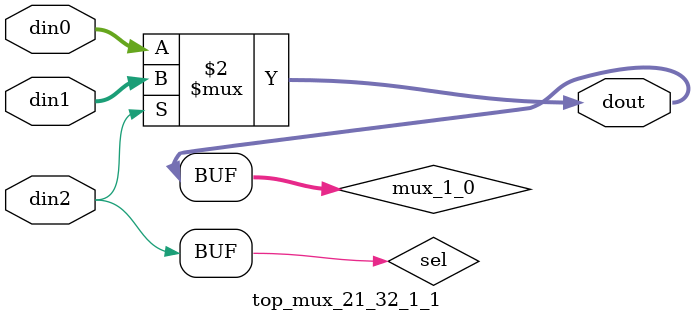
<source format=v>

`timescale 1ns/1ps

module top_mux_21_32_1_1 #(
parameter
    ID                = 0,
    NUM_STAGE         = 1,
    din0_WIDTH       = 32,
    din1_WIDTH       = 32,
    din2_WIDTH         = 32,
    dout_WIDTH            = 32
)(
    input  [31 : 0]     din0,
    input  [31 : 0]     din1,
    input  [0 : 0]    din2,
    output [31 : 0]   dout);

// puts internal signals
wire [0 : 0]     sel;
// level 1 signals
wire [31 : 0]         mux_1_0;

assign sel = din2;

// Generate level 1 logic
assign mux_1_0 = (sel[0] == 0)? din0 : din1;

// output logic
assign dout = mux_1_0;

endmodule

</source>
